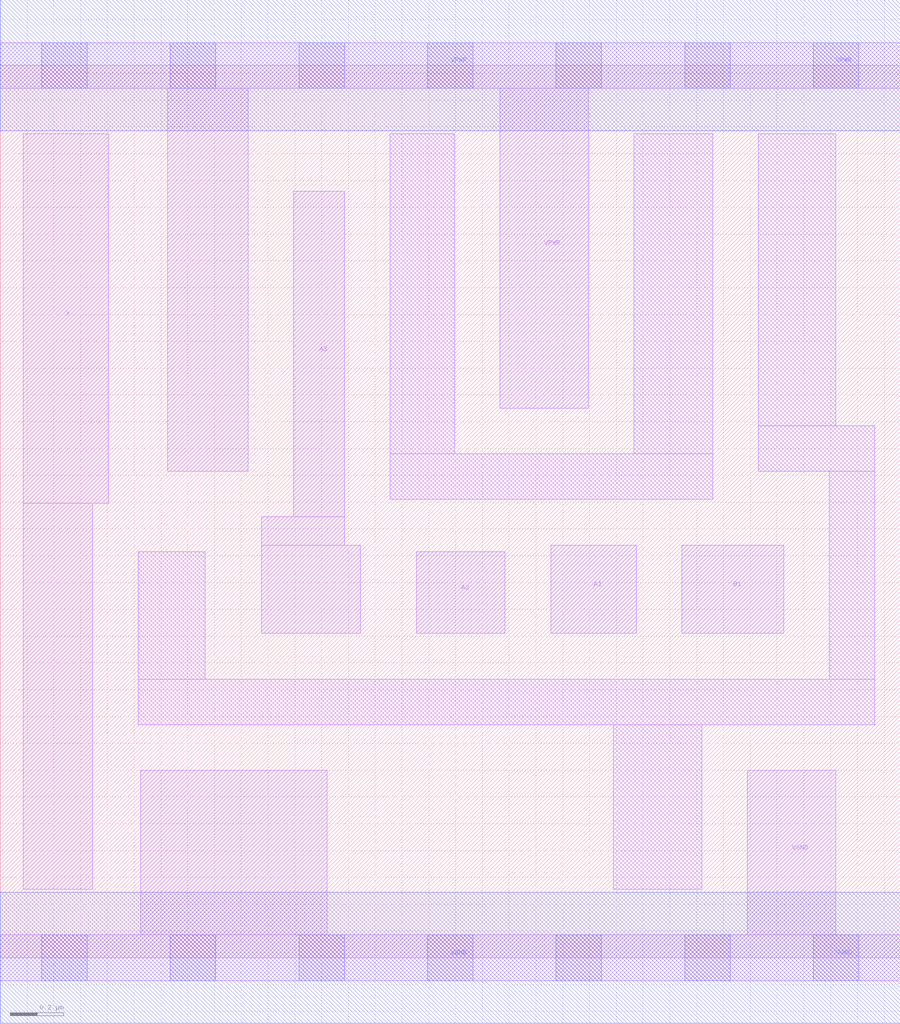
<source format=lef>
# Copyright 2020 The SkyWater PDK Authors
#
# Licensed under the Apache License, Version 2.0 (the "License");
# you may not use this file except in compliance with the License.
# You may obtain a copy of the License at
#
#     https://www.apache.org/licenses/LICENSE-2.0
#
# Unless required by applicable law or agreed to in writing, software
# distributed under the License is distributed on an "AS IS" BASIS,
# WITHOUT WARRANTIES OR CONDITIONS OF ANY KIND, either express or implied.
# See the License for the specific language governing permissions and
# limitations under the License.
#
# SPDX-License-Identifier: Apache-2.0

VERSION 5.7 ;
  NAMESCASESENSITIVE ON ;
  NOWIREEXTENSIONATPIN ON ;
  DIVIDERCHAR "/" ;
  BUSBITCHARS "[]" ;
UNITS
  DATABASE MICRONS 200 ;
END UNITS
MACRO sky130_fd_sc_lp__a31o_1
  CLASS CORE ;
  SOURCE USER ;
  FOREIGN sky130_fd_sc_lp__a31o_1 ;
  ORIGIN  0.000000  0.000000 ;
  SIZE  3.360000 BY  3.330000 ;
  SYMMETRY X Y R90 ;
  SITE unit ;
  PIN A1
    ANTENNAGATEAREA  0.315000 ;
    DIRECTION INPUT ;
    USE SIGNAL ;
    PORT
      LAYER li1 ;
        RECT 2.055000 1.210000 2.375000 1.540000 ;
    END
  END A1
  PIN A2
    ANTENNAGATEAREA  0.315000 ;
    DIRECTION INPUT ;
    USE SIGNAL ;
    PORT
      LAYER li1 ;
        RECT 1.555000 1.210000 1.885000 1.515000 ;
    END
  END A2
  PIN A3
    ANTENNAGATEAREA  0.315000 ;
    DIRECTION INPUT ;
    USE SIGNAL ;
    PORT
      LAYER li1 ;
        RECT 0.975000 1.210000 1.345000 1.540000 ;
        RECT 0.975000 1.540000 1.285000 1.645000 ;
        RECT 1.095000 1.645000 1.285000 2.860000 ;
    END
  END A3
  PIN B1
    ANTENNAGATEAREA  0.315000 ;
    DIRECTION INPUT ;
    USE SIGNAL ;
    PORT
      LAYER li1 ;
        RECT 2.545000 1.210000 2.925000 1.540000 ;
    END
  END B1
  PIN X
    ANTENNADIFFAREA  0.556500 ;
    DIRECTION OUTPUT ;
    USE SIGNAL ;
    PORT
      LAYER li1 ;
        RECT 0.085000 0.255000 0.345000 1.695000 ;
        RECT 0.085000 1.695000 0.405000 3.075000 ;
    END
  END X
  PIN VGND
    DIRECTION INOUT ;
    USE GROUND ;
    PORT
      LAYER li1 ;
        RECT 0.000000 -0.085000 3.360000 0.085000 ;
        RECT 0.525000  0.085000 1.220000 0.700000 ;
        RECT 2.790000  0.085000 3.120000 0.700000 ;
      LAYER mcon ;
        RECT 0.155000 -0.085000 0.325000 0.085000 ;
        RECT 0.635000 -0.085000 0.805000 0.085000 ;
        RECT 1.115000 -0.085000 1.285000 0.085000 ;
        RECT 1.595000 -0.085000 1.765000 0.085000 ;
        RECT 2.075000 -0.085000 2.245000 0.085000 ;
        RECT 2.555000 -0.085000 2.725000 0.085000 ;
        RECT 3.035000 -0.085000 3.205000 0.085000 ;
      LAYER met1 ;
        RECT 0.000000 -0.245000 3.360000 0.245000 ;
    END
  END VGND
  PIN VPWR
    DIRECTION INOUT ;
    USE POWER ;
    PORT
      LAYER li1 ;
        RECT 0.000000 3.245000 3.360000 3.415000 ;
        RECT 0.625000 1.815000 0.925000 3.245000 ;
        RECT 1.865000 2.050000 2.195000 3.245000 ;
      LAYER mcon ;
        RECT 0.155000 3.245000 0.325000 3.415000 ;
        RECT 0.635000 3.245000 0.805000 3.415000 ;
        RECT 1.115000 3.245000 1.285000 3.415000 ;
        RECT 1.595000 3.245000 1.765000 3.415000 ;
        RECT 2.075000 3.245000 2.245000 3.415000 ;
        RECT 2.555000 3.245000 2.725000 3.415000 ;
        RECT 3.035000 3.245000 3.205000 3.415000 ;
      LAYER met1 ;
        RECT 0.000000 3.085000 3.360000 3.575000 ;
    END
  END VPWR
  OBS
    LAYER li1 ;
      RECT 0.515000 0.870000 3.265000 1.040000 ;
      RECT 0.515000 1.040000 0.765000 1.515000 ;
      RECT 1.455000 1.710000 2.660000 1.880000 ;
      RECT 1.455000 1.880000 1.695000 3.075000 ;
      RECT 2.290000 0.255000 2.620000 0.870000 ;
      RECT 2.365000 1.880000 2.660000 3.075000 ;
      RECT 2.830000 1.815000 3.265000 1.985000 ;
      RECT 2.830000 1.985000 3.120000 3.075000 ;
      RECT 3.095000 1.040000 3.265000 1.815000 ;
  END
END sky130_fd_sc_lp__a31o_1

</source>
